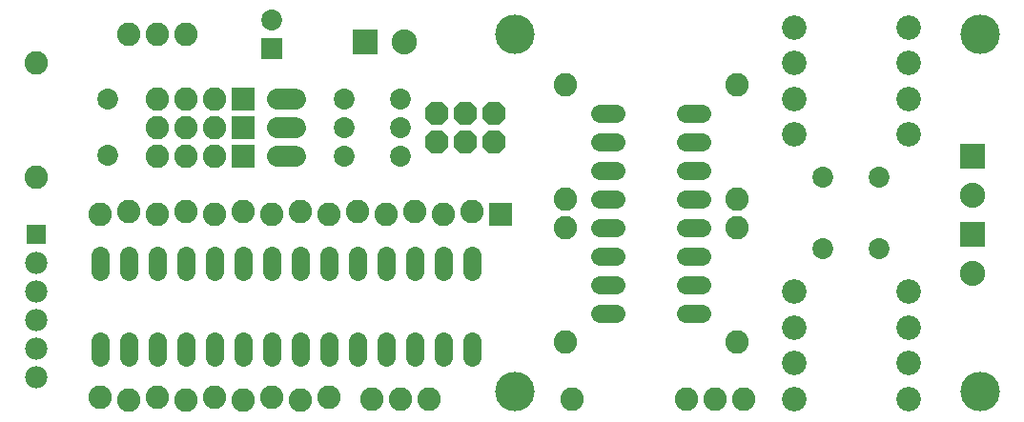
<source format=gbs>
G75*
%MOIN*%
%OFA0B0*%
%FSLAX24Y24*%
%IPPOS*%
%LPD*%
%AMOC8*
5,1,8,0,0,1.08239X$1,22.5*
%
%ADD10C,0.0640*%
%ADD11C,0.0820*%
%ADD12C,0.0720*%
%ADD13R,0.0820X0.0820*%
%ADD14C,0.0730*%
%ADD15R,0.0714X0.0714*%
%ADD16C,0.0780*%
%ADD17C,0.0860*%
%ADD18OC8,0.0820*%
%ADD19C,0.1380*%
%ADD20R,0.0880X0.0880*%
%ADD21C,0.0880*%
%ADD22R,0.0730X0.0730*%
D10*
X003180Y002650D02*
X003180Y003210D01*
X004180Y003210D02*
X004180Y002650D01*
X005180Y002650D02*
X005180Y003210D01*
X006180Y003210D02*
X006180Y002650D01*
X007180Y002650D02*
X007180Y003210D01*
X008180Y003210D02*
X008180Y002650D01*
X009180Y002650D02*
X009180Y003210D01*
X010180Y003210D02*
X010180Y002650D01*
X011180Y002650D02*
X011180Y003210D01*
X012180Y003210D02*
X012180Y002650D01*
X013180Y002650D02*
X013180Y003210D01*
X014180Y003210D02*
X014180Y002650D01*
X015180Y002650D02*
X015180Y003210D01*
X016180Y003210D02*
X016180Y002650D01*
X020650Y004180D02*
X021210Y004180D01*
X021210Y005180D02*
X020650Y005180D01*
X020650Y006180D02*
X021210Y006180D01*
X021210Y007180D02*
X020650Y007180D01*
X020650Y008180D02*
X021210Y008180D01*
X021210Y009180D02*
X020650Y009180D01*
X020650Y010180D02*
X021210Y010180D01*
X021210Y011180D02*
X020650Y011180D01*
X023650Y011180D02*
X024210Y011180D01*
X024210Y010180D02*
X023650Y010180D01*
X023650Y009180D02*
X024210Y009180D01*
X024210Y008180D02*
X023650Y008180D01*
X023650Y007180D02*
X024210Y007180D01*
X024210Y006180D02*
X023650Y006180D01*
X023650Y005180D02*
X024210Y005180D01*
X024210Y004180D02*
X023650Y004180D01*
X016180Y005650D02*
X016180Y006210D01*
X015180Y006210D02*
X015180Y005650D01*
X014180Y005650D02*
X014180Y006210D01*
X013180Y006210D02*
X013180Y005650D01*
X012180Y005650D02*
X012180Y006210D01*
X011180Y006210D02*
X011180Y005650D01*
X010180Y005650D02*
X010180Y006210D01*
X009180Y006210D02*
X009180Y005650D01*
X008180Y005650D02*
X008180Y006210D01*
X007180Y006210D02*
X007180Y005650D01*
X006180Y005650D02*
X006180Y006210D01*
X005180Y006210D02*
X005180Y005650D01*
X004180Y005650D02*
X004180Y006210D01*
X003180Y006210D02*
X003180Y005650D01*
D11*
X003180Y001230D03*
X004180Y001130D03*
X005180Y001230D03*
X006180Y001130D03*
X007180Y001230D03*
X008180Y001130D03*
X009180Y001230D03*
X010180Y001130D03*
X011180Y001230D03*
X012680Y001180D03*
X013680Y001180D03*
X014680Y001180D03*
X019430Y003180D03*
X019680Y001180D03*
X023680Y001180D03*
X024680Y001180D03*
X025680Y001180D03*
X025430Y003180D03*
X025430Y007180D03*
X025430Y008180D03*
X019430Y008180D03*
X019430Y007180D03*
X016180Y007730D03*
X015180Y007630D03*
X014180Y007730D03*
X013180Y007630D03*
X012180Y007730D03*
X011180Y007630D03*
X010180Y007730D03*
X009180Y007630D03*
X008180Y007730D03*
X007180Y007630D03*
X006180Y007730D03*
X005180Y007630D03*
X004180Y007730D03*
X003180Y007630D03*
X000930Y008930D03*
X005180Y009680D03*
X006180Y009680D03*
X007180Y009680D03*
X007180Y010680D03*
X006180Y010680D03*
X005180Y010680D03*
X005180Y011680D03*
X006180Y011680D03*
X007180Y011680D03*
X006180Y013930D03*
X005180Y013930D03*
X004180Y013930D03*
X000930Y012930D03*
X019430Y012180D03*
X025430Y012180D03*
D12*
X010000Y011680D02*
X009360Y011680D01*
X009360Y010680D02*
X010000Y010680D01*
X010000Y009680D02*
X009360Y009680D01*
D13*
X008180Y009680D03*
X008180Y010680D03*
X008180Y011680D03*
X017180Y007630D03*
D14*
X013664Y009680D03*
X011696Y009680D03*
X011696Y010680D03*
X013664Y010680D03*
X013664Y011680D03*
X011696Y011680D03*
X009180Y014430D03*
X003430Y011664D03*
X003430Y009696D03*
X028446Y008930D03*
X030414Y008930D03*
X030414Y006430D03*
X028446Y006430D03*
D15*
X000930Y006930D03*
D16*
X000930Y005930D03*
X000930Y004930D03*
X000930Y003930D03*
X000930Y002930D03*
X000930Y001930D03*
D17*
X027430Y002430D03*
X027430Y001180D03*
X031430Y001180D03*
X031430Y002430D03*
X031430Y003680D03*
X031430Y004930D03*
X027430Y004930D03*
X027430Y003680D03*
X027430Y010430D03*
X027430Y011680D03*
X027430Y012930D03*
X027430Y014180D03*
X031430Y014180D03*
X031430Y012930D03*
X031430Y011680D03*
X031430Y010430D03*
D18*
X016930Y010180D03*
X015930Y010180D03*
X014930Y010180D03*
X014930Y011180D03*
X015930Y011180D03*
X016930Y011180D03*
D19*
X017680Y013930D03*
X033930Y013930D03*
X033930Y001430D03*
X017680Y001430D03*
D20*
X033680Y006930D03*
X033680Y009680D03*
X012430Y013680D03*
D21*
X013808Y013680D03*
X033680Y008302D03*
X033680Y005552D03*
D22*
X009180Y013430D03*
M02*

</source>
